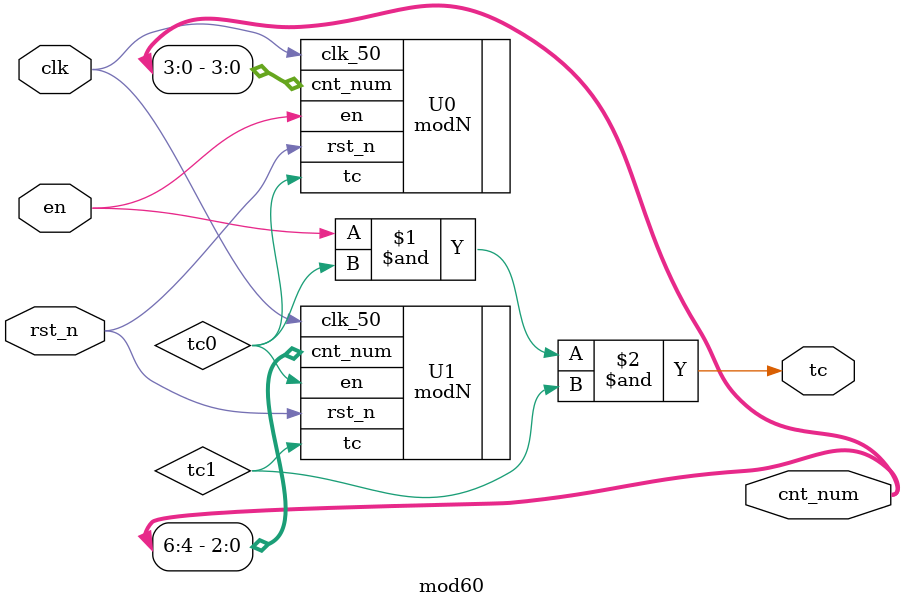
<source format=v>
module mod60
	(
		input					clk,rst_n,
		input					en,
		output				tc,
		output		[6:0]	cnt_num	
	);
	
	wire				tc0,tc1;
	
	assign	tc	=	en&tc0&tc1;
	
	modN	U0
	(
		.clk_50(clk),	
	   .rst_n(rst_n),		
	   .en(en),			
	   .tc(tc0),			
	   .cnt_num(cnt_num[3:0])	
	);
		defparam U0.N = 4;
		defparam U0.M = 10;
	
	modN	U1
	(
		.clk_50(clk),	
	   .rst_n(rst_n),		
	   .en(tc0),			
	   .tc(tc1),			
	   .cnt_num(cnt_num[6:4])	
	);
		defparam U1.N = 3;
		defparam U1.M = 6;

endmodule

</source>
